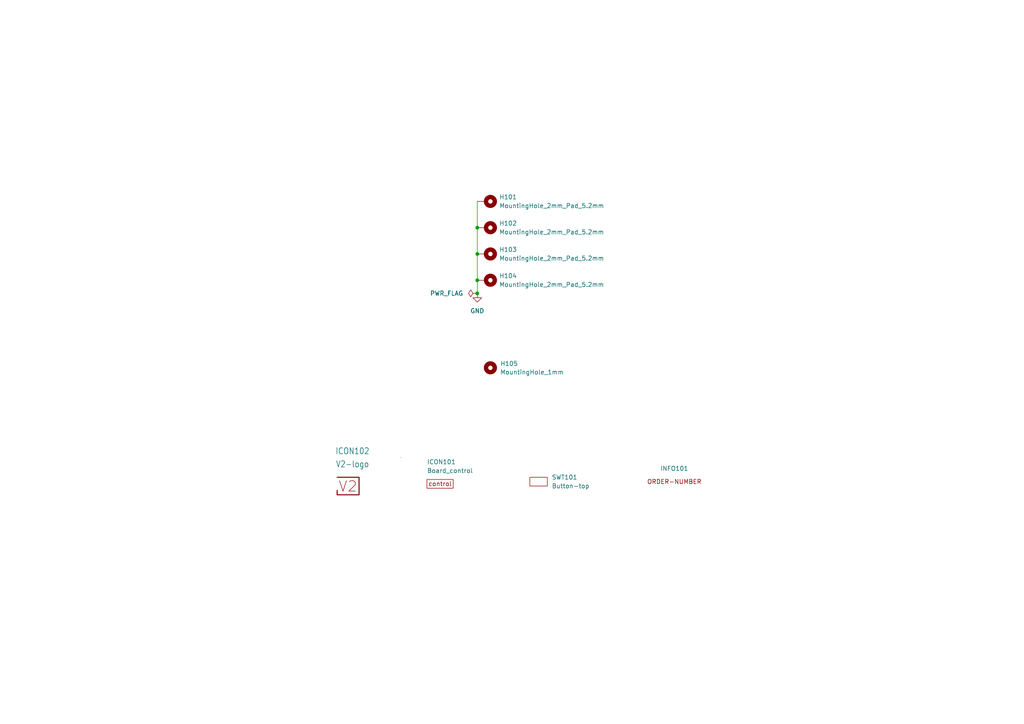
<source format=kicad_sch>
(kicad_sch (version 20231120) (generator "eeschema") (generator_version "8.0")
  (paper "A4")
  (title_block (title "V2 control") (date "2023-01-09") (rev "2") (company "Versio Duo") (comment 1 "cover"))
  (lib_symbols
    (symbol "MountingHole_2mm_Pad_5.2mm_3" (pin_numbers hide) (pin_names (offset 1.016) hide) (in_bom no)
      (property "Reference" "H" (at 0 6.35 0))
      (property "Value" "MountingHole_2mm_Pad_5.2mm" (at 0 4.445 0))
      (symbol "MountingHole_2mm_Pad_5.2mm_3_0_1"
        (circle (center 0 1.27) (radius 1.27) (stroke (width 1.27)))
      )
      (symbol "MountingHole_2mm_Pad_5.2mm_3_1_1"
        (pin input line (at 0 -2.54 90) (length 2.54) (name "1") (number "1"))
      )
    )
    (symbol "V2_Artwork:Board_control" (in_bom no)
      (property "Reference" "ICON" (at 0 2.54 0))
      (property "Value" "Board_control" (at 0 -2.54 0))
      (symbol "Board_control_0_0"
        (rectangle (start -11.43 7.62) (end -11.43 7.62))
        (rectangle (start -3.81 1.27) (end 3.81 -1.27))
        (text "control" (at 0 0 0) (effects (font (size 1.27 1.27))))
      )
    )
    (symbol "V2_Artwork:V2-logo" (in_bom no)
      (property "Reference" "ICON" (at -3.81 2.54 0))
      (property "Value" "V2-logo" (at -5.08 -6.35 0))
      (symbol "V2-logo_1_0"
        (polyline (pts (xy -3.81 1.27) (xy 2.54 1.27) (xy 2.54 -3.81) (xy -3.81 -3.81) (xy -3.81 -2.54)) (stroke (width 0.3)))
        (text "V2" (at -0.6867 -1.3525 0) (effects (font (size 3 3))))
      )
    )
    (symbol "V2_Mechanical:MountingHole_1mm" (pin_names (offset 1.016)) (in_bom no)
      (property "Reference" "H" (at 0 5.08 0))
      (property "Value" "MountingHole_1mm" (at 0 3.175 0))
      (symbol "MountingHole_1mm_0_1"
        (circle (center 0 0) (radius 1.27) (stroke (width 1.27)))
      )
    )
    (symbol "V2_Mechanical:MountingHole_2mm_Pad_5.2mm" (pin_numbers hide) (pin_names (offset 1.016) hide) (in_bom no)
      (property "Reference" "H" (at 0 6.35 0))
      (property "Value" "MountingHole_2mm_Pad_5.2mm" (at 0 4.445 0))
      (symbol "MountingHole_2mm_Pad_5.2mm_0_1"
        (circle (center 0 1.27) (radius 1.27) (stroke (width 1.27)))
      )
      (symbol "MountingHole_2mm_Pad_5.2mm_1_1"
        (pin input line (at 0 -2.54 90) (length 2.54) (name "1") (number "1"))
      )
    )
    (symbol "V2_PCB_Devices:Button-top" (in_bom no)
      (property "Reference" "SWT1" (at 3.81 1.2701 0))
      (property "Value" "Button-top" (at 3.81 -1.2699 0))
      (symbol "Button-top_0_1"
        (rectangle (start -2.54 1.27) (end 2.54 -1.27))
      )
    )
    (symbol "V2_Production:Order_Number" (in_bom no)
      (property "Reference" "INFO" (at 0 2.54 0))
      (symbol "Order_Number_0_0"
        (text "ORDER-NUMBER" (at 0 0 0) (effects (font (size 1.27 1.27))))
      )
    )
    (symbol "power:GND" (power) (pin_names (offset 0))
      (property "Value" "GND" (at 0 -3.81 0))
      (symbol "GND_0_1"
        (polyline (pts (xy 0 0) (xy 0 -1.27) (xy 1.27 -1.27) (xy 0 -2.54) (xy -1.27 -1.27) (xy 0 -1.27)))
      )
      (symbol "GND_1_1"
        (pin power_in line (at 0 0 270) (length 0) hide (name "GND") (number "1"))
      )
    )
    (symbol "power:PWR_FLAG" (power) (pin_numbers hide) (pin_names (offset 0) hide)
      (property "Value" "PWR_FLAG" (at 0 3.81 0))
      (symbol "PWR_FLAG_0_0"
        (pin power_out line (at 0 0 90) (length 0) (name "pwr") (number "1"))
      )
      (symbol "PWR_FLAG_0_1"
        (polyline (pts (xy 0 0) (xy 0 1.27) (xy -1.016 1.905) (xy 0 2.54) (xy 1.016 1.905) (xy 0 1.27)))
      )
    )
  )
  (junction (at 138.43 73.66))
  (junction (at 138.43 81.28))
  (junction (at 138.43 85.09))
  (junction (at 138.43 66.04))
  (wire (pts (xy 138.43 73.66) (xy 138.43 81.28)))
  (wire (pts (xy 138.43 58.42) (xy 138.43 66.04)))
  (wire (pts (xy 138.43 81.28) (xy 138.43 85.09)))
  (wire (pts (xy 138.43 66.04) (xy 138.43 73.66)))
  (symbol (lib_id "power:GND") (at 138.43 85.09 0) (unit 1)
    (property "Reference" "#PWR0101" (effects (hide yes)))
    (property "Value" "GND" (at 138.43 90.17 0))
  )
  (symbol (lib_id "V2_Mechanical:MountingHole_2mm_Pad_5.2mm") (at 140.97 66.04 270) (unit 1)
    (property "Reference" "H102" (at 144.78 64.7699 90) (effects (justify left)))
    (property "Value" "MountingHole_2mm_Pad_5.2mm" (at 144.78 67.3099 90) (effects (justify left)))
    (property "Footprint" "V2_Mechanical:Mounting_Hole_2mm_Pad_5.2mm" (effects (hide yes)))
  )
  (symbol (lib_id "V2_Production:Order_Number") (at 195.58 139.7 0) (unit 1) (in_bom no)
    (property "Reference" "INFO101" (at 195.58 135.89 0))
    (property "Value" "ORDER-NUMBER" (effects (hide yes)))
    (property "Footprint" "V2_Production:Order_Number" (effects (hide yes)))
  )
  (symbol (lib_id "V2_PCB_Devices:Button-top") (at 156.21 139.7 0) (unit 1) (in_bom no)
    (property "Reference" "SWT101" (at 160.02 138.4299 0) (effects (justify left)))
    (property "Value" "Button-top" (at 160.02 140.9699 0) (effects (justify left)))
    (property "Footprint" "V2_PCB_Devices:PCB_Button-top" (effects (hide yes)))
  )
  (symbol (lib_id "V2_Mechanical:MountingHole_2mm_Pad_5.2mm") (at 140.97 81.28 270) (unit 1)
    (property "Reference" "H104" (at 144.78 80.0099 90) (effects (justify left)))
    (property "Value" "MountingHole_2mm_Pad_5.2mm" (at 144.78 82.5499 90) (effects (justify left)))
    (property "Footprint" "V2_Mechanical:Mounting_Hole_2mm_Pad_5.2mm" (effects (hide yes)))
  )
  (symbol (lib_name "MountingHole_2mm_Pad_5.2mm_3") (lib_id "V2_Mechanical:MountingHole_2mm_Pad_5.2mm") (at 140.97 58.42 270) (unit 1)
    (property "Reference" "H101" (at 144.78 57.1499 90) (effects (justify left)))
    (property "Value" "MountingHole_2mm_Pad_5.2mm" (at 160.02 59.6899 90))
    (property "Footprint" "V2_Mechanical:Mounting_Hole_2mm_Pad_5.2mm" (effects (hide yes)))
  )
  (symbol (lib_id "V2_Artwork:Board_control") (at 127.635 140.335 0) (unit 1) (in_bom no)
    (property "Reference" "ICON101" (at 123.825 133.9849 0) (effects (justify left)))
    (property "Value" "Board_control" (at 123.825 136.5249 0) (effects (justify left)))
    (property "Footprint" "V2_Artwork:Board_control_Small" (effects (hide yes)))
  )
  (symbol (lib_id "power:PWR_FLAG") (at 138.43 85.09 90) (unit 1)
    (property "Reference" "#FLG0101" (effects (hide yes)))
    (property "Value" "PWR_FLAG" (at 129.54 85.09 90))
  )
  (symbol (lib_id "V2_Mechanical:MountingHole_1mm") (at 142.24 106.68 0) (unit 1)
    (property "Reference" "H105" (at 145.0777 105.4569 0) (effects (justify left)))
    (property "Value" "MountingHole_1mm" (at 154.305 107.95 0))
    (property "Footprint" "V2_Mechanical:MountingHole_1mm" (effects (hide yes)))
  )
  (symbol (lib_id "V2_Artwork:V2-logo") (at 101.6 139.7 0) (unit 1) (in_bom no)
    (property "Reference" "ICON102" (at 102.235 130.81 0) (effects (font (size 1.778 1.5113))))
    (property "Value" "V2-logo" (at 102.235 134.62 0) (effects (font (size 1.778 1.5113))))
    (property "Footprint" "V2_Artwork:Logo_Small" (effects (hide yes)))
  )
  (symbol (lib_id "V2_Mechanical:MountingHole_2mm_Pad_5.2mm") (at 140.97 73.66 270) (unit 1)
    (property "Reference" "H103" (at 144.78 72.3899 90) (effects (justify left)))
    (property "Value" "MountingHole_2mm_Pad_5.2mm" (at 144.78 74.9299 90) (effects (justify left)))
    (property "Footprint" "V2_Mechanical:Mounting_Hole_2mm_Pad_5.2mm" (effects (hide yes)))
  )
)
</source>
